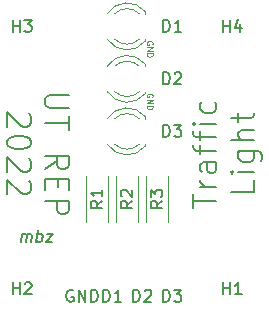
<source format=gbr>
%TF.GenerationSoftware,KiCad,Pcbnew,6.0.5-a6ca702e91~116~ubuntu20.04.1*%
%TF.CreationDate,2022-05-07T15:00:13+03:00*%
%TF.ProjectId,traffic_light_for_arduino,74726166-6669-4635-9f6c-696768745f66,rev?*%
%TF.SameCoordinates,Original*%
%TF.FileFunction,Legend,Top*%
%TF.FilePolarity,Positive*%
%FSLAX46Y46*%
G04 Gerber Fmt 4.6, Leading zero omitted, Abs format (unit mm)*
G04 Created by KiCad (PCBNEW 6.0.5-a6ca702e91~116~ubuntu20.04.1) date 2022-05-07 15:00:13*
%MOMM*%
%LPD*%
G01*
G04 APERTURE LIST*
%ADD10C,0.150000*%
%ADD11C,0.125000*%
%ADD12C,0.120000*%
G04 APERTURE END LIST*
D10*
X144018095Y-109355000D02*
X143922857Y-109307380D01*
X143780000Y-109307380D01*
X143637142Y-109355000D01*
X143541904Y-109450238D01*
X143494285Y-109545476D01*
X143446666Y-109735952D01*
X143446666Y-109878809D01*
X143494285Y-110069285D01*
X143541904Y-110164523D01*
X143637142Y-110259761D01*
X143780000Y-110307380D01*
X143875238Y-110307380D01*
X144018095Y-110259761D01*
X144065714Y-110212142D01*
X144065714Y-109878809D01*
X143875238Y-109878809D01*
X144494285Y-110307380D02*
X144494285Y-109307380D01*
X145065714Y-110307380D01*
X145065714Y-109307380D01*
X145541904Y-110307380D02*
X145541904Y-109307380D01*
X145780000Y-109307380D01*
X145922857Y-109355000D01*
X146018095Y-109450238D01*
X146065714Y-109545476D01*
X146113333Y-109735952D01*
X146113333Y-109878809D01*
X146065714Y-110069285D01*
X146018095Y-110164523D01*
X145922857Y-110259761D01*
X145780000Y-110307380D01*
X145541904Y-110307380D01*
X151661904Y-110307380D02*
X151661904Y-109307380D01*
X151900000Y-109307380D01*
X152042857Y-109355000D01*
X152138095Y-109450238D01*
X152185714Y-109545476D01*
X152233333Y-109735952D01*
X152233333Y-109878809D01*
X152185714Y-110069285D01*
X152138095Y-110164523D01*
X152042857Y-110259761D01*
X151900000Y-110307380D01*
X151661904Y-110307380D01*
X152566666Y-109307380D02*
X153185714Y-109307380D01*
X152852380Y-109688333D01*
X152995238Y-109688333D01*
X153090476Y-109735952D01*
X153138095Y-109783571D01*
X153185714Y-109878809D01*
X153185714Y-110116904D01*
X153138095Y-110212142D01*
X153090476Y-110259761D01*
X152995238Y-110307380D01*
X152709523Y-110307380D01*
X152614285Y-110259761D01*
X152566666Y-110212142D01*
D11*
X150745000Y-92964047D02*
X150768809Y-92916428D01*
X150768809Y-92845000D01*
X150745000Y-92773571D01*
X150697380Y-92725952D01*
X150649761Y-92702142D01*
X150554523Y-92678333D01*
X150483095Y-92678333D01*
X150387857Y-92702142D01*
X150340238Y-92725952D01*
X150292619Y-92773571D01*
X150268809Y-92845000D01*
X150268809Y-92892619D01*
X150292619Y-92964047D01*
X150316428Y-92987857D01*
X150483095Y-92987857D01*
X150483095Y-92892619D01*
X150268809Y-93202142D02*
X150768809Y-93202142D01*
X150268809Y-93487857D01*
X150768809Y-93487857D01*
X150268809Y-93725952D02*
X150768809Y-93725952D01*
X150768809Y-93845000D01*
X150745000Y-93916428D01*
X150697380Y-93964047D01*
X150649761Y-93987857D01*
X150554523Y-94011666D01*
X150483095Y-94011666D01*
X150387857Y-93987857D01*
X150340238Y-93964047D01*
X150292619Y-93916428D01*
X150268809Y-93845000D01*
X150268809Y-93725952D01*
X150745000Y-88519047D02*
X150768809Y-88471428D01*
X150768809Y-88400000D01*
X150745000Y-88328571D01*
X150697380Y-88280952D01*
X150649761Y-88257142D01*
X150554523Y-88233333D01*
X150483095Y-88233333D01*
X150387857Y-88257142D01*
X150340238Y-88280952D01*
X150292619Y-88328571D01*
X150268809Y-88400000D01*
X150268809Y-88447619D01*
X150292619Y-88519047D01*
X150316428Y-88542857D01*
X150483095Y-88542857D01*
X150483095Y-88447619D01*
X150268809Y-88757142D02*
X150768809Y-88757142D01*
X150268809Y-89042857D01*
X150768809Y-89042857D01*
X150268809Y-89280952D02*
X150768809Y-89280952D01*
X150768809Y-89400000D01*
X150745000Y-89471428D01*
X150697380Y-89519047D01*
X150649761Y-89542857D01*
X150554523Y-89566666D01*
X150483095Y-89566666D01*
X150387857Y-89542857D01*
X150340238Y-89519047D01*
X150292619Y-89471428D01*
X150268809Y-89400000D01*
X150268809Y-89280952D01*
D10*
X146581904Y-110307380D02*
X146581904Y-109307380D01*
X146820000Y-109307380D01*
X146962857Y-109355000D01*
X147058095Y-109450238D01*
X147105714Y-109545476D01*
X147153333Y-109735952D01*
X147153333Y-109878809D01*
X147105714Y-110069285D01*
X147058095Y-110164523D01*
X146962857Y-110259761D01*
X146820000Y-110307380D01*
X146581904Y-110307380D01*
X148105714Y-110307380D02*
X147534285Y-110307380D01*
X147820000Y-110307380D02*
X147820000Y-109307380D01*
X147724761Y-109450238D01*
X147629523Y-109545476D01*
X147534285Y-109593095D01*
X143675238Y-92790000D02*
X142056190Y-92790000D01*
X141865714Y-92885238D01*
X141770476Y-92980476D01*
X141675238Y-93170952D01*
X141675238Y-93551904D01*
X141770476Y-93742380D01*
X141865714Y-93837619D01*
X142056190Y-93932857D01*
X143675238Y-93932857D01*
X143675238Y-94599523D02*
X143675238Y-95742380D01*
X141675238Y-95170952D02*
X143675238Y-95170952D01*
X141675238Y-99075714D02*
X142627619Y-98409047D01*
X141675238Y-97932857D02*
X143675238Y-97932857D01*
X143675238Y-98694761D01*
X143580000Y-98885238D01*
X143484761Y-98980476D01*
X143294285Y-99075714D01*
X143008571Y-99075714D01*
X142818095Y-98980476D01*
X142722857Y-98885238D01*
X142627619Y-98694761D01*
X142627619Y-97932857D01*
X142722857Y-99932857D02*
X142722857Y-100599523D01*
X141675238Y-100885238D02*
X141675238Y-99932857D01*
X143675238Y-99932857D01*
X143675238Y-100885238D01*
X141675238Y-101742380D02*
X143675238Y-101742380D01*
X143675238Y-102504285D01*
X143580000Y-102694761D01*
X143484761Y-102790000D01*
X143294285Y-102885238D01*
X143008571Y-102885238D01*
X142818095Y-102790000D01*
X142722857Y-102694761D01*
X142627619Y-102504285D01*
X142627619Y-101742380D01*
X140264761Y-94361428D02*
X140360000Y-94456666D01*
X140455238Y-94647142D01*
X140455238Y-95123333D01*
X140360000Y-95313809D01*
X140264761Y-95409047D01*
X140074285Y-95504285D01*
X139883809Y-95504285D01*
X139598095Y-95409047D01*
X138455238Y-94266190D01*
X138455238Y-95504285D01*
X140455238Y-96742380D02*
X140455238Y-96932857D01*
X140360000Y-97123333D01*
X140264761Y-97218571D01*
X140074285Y-97313809D01*
X139693333Y-97409047D01*
X139217142Y-97409047D01*
X138836190Y-97313809D01*
X138645714Y-97218571D01*
X138550476Y-97123333D01*
X138455238Y-96932857D01*
X138455238Y-96742380D01*
X138550476Y-96551904D01*
X138645714Y-96456666D01*
X138836190Y-96361428D01*
X139217142Y-96266190D01*
X139693333Y-96266190D01*
X140074285Y-96361428D01*
X140264761Y-96456666D01*
X140360000Y-96551904D01*
X140455238Y-96742380D01*
X140264761Y-98170952D02*
X140360000Y-98266190D01*
X140455238Y-98456666D01*
X140455238Y-98932857D01*
X140360000Y-99123333D01*
X140264761Y-99218571D01*
X140074285Y-99313809D01*
X139883809Y-99313809D01*
X139598095Y-99218571D01*
X138455238Y-98075714D01*
X138455238Y-99313809D01*
X140264761Y-100075714D02*
X140360000Y-100170952D01*
X140455238Y-100361428D01*
X140455238Y-100837619D01*
X140360000Y-101028095D01*
X140264761Y-101123333D01*
X140074285Y-101218571D01*
X139883809Y-101218571D01*
X139598095Y-101123333D01*
X138455238Y-99980476D01*
X138455238Y-101218571D01*
X139589613Y-105227380D02*
X139672946Y-104560714D01*
X139661041Y-104655952D02*
X139714613Y-104608333D01*
X139815803Y-104560714D01*
X139958660Y-104560714D01*
X140047946Y-104608333D01*
X140083660Y-104703571D01*
X140018184Y-105227380D01*
X140083660Y-104703571D02*
X140143184Y-104608333D01*
X140244375Y-104560714D01*
X140387232Y-104560714D01*
X140476517Y-104608333D01*
X140512232Y-104703571D01*
X140446755Y-105227380D01*
X140922946Y-105227380D02*
X141047946Y-104227380D01*
X141000327Y-104608333D02*
X141101517Y-104560714D01*
X141291994Y-104560714D01*
X141381279Y-104608333D01*
X141422946Y-104655952D01*
X141458660Y-104751190D01*
X141422946Y-105036904D01*
X141363422Y-105132142D01*
X141309851Y-105179761D01*
X141208660Y-105227380D01*
X141018184Y-105227380D01*
X140928898Y-105179761D01*
X141815803Y-104560714D02*
X142339613Y-104560714D01*
X141732470Y-105227380D01*
X142256279Y-105227380D01*
X154139761Y-102361428D02*
X154139761Y-101218571D01*
X156139761Y-101790000D02*
X154139761Y-101790000D01*
X156139761Y-100551904D02*
X154806428Y-100551904D01*
X155187380Y-100551904D02*
X154996904Y-100456666D01*
X154901666Y-100361428D01*
X154806428Y-100170952D01*
X154806428Y-99980476D01*
X156139761Y-98456666D02*
X155092142Y-98456666D01*
X154901666Y-98551904D01*
X154806428Y-98742380D01*
X154806428Y-99123333D01*
X154901666Y-99313809D01*
X156044523Y-98456666D02*
X156139761Y-98647142D01*
X156139761Y-99123333D01*
X156044523Y-99313809D01*
X155854047Y-99409047D01*
X155663571Y-99409047D01*
X155473095Y-99313809D01*
X155377857Y-99123333D01*
X155377857Y-98647142D01*
X155282619Y-98456666D01*
X154806428Y-97790000D02*
X154806428Y-97028095D01*
X156139761Y-97504285D02*
X154425476Y-97504285D01*
X154235000Y-97409047D01*
X154139761Y-97218571D01*
X154139761Y-97028095D01*
X154806428Y-96647142D02*
X154806428Y-95885238D01*
X156139761Y-96361428D02*
X154425476Y-96361428D01*
X154235000Y-96266190D01*
X154139761Y-96075714D01*
X154139761Y-95885238D01*
X156139761Y-95218571D02*
X154806428Y-95218571D01*
X154139761Y-95218571D02*
X154235000Y-95313809D01*
X154330238Y-95218571D01*
X154235000Y-95123333D01*
X154139761Y-95218571D01*
X154330238Y-95218571D01*
X156044523Y-93409047D02*
X156139761Y-93599523D01*
X156139761Y-93980476D01*
X156044523Y-94170952D01*
X155949285Y-94266190D01*
X155758809Y-94361428D01*
X155187380Y-94361428D01*
X154996904Y-94266190D01*
X154901666Y-94170952D01*
X154806428Y-93980476D01*
X154806428Y-93599523D01*
X154901666Y-93409047D01*
X159359761Y-100028095D02*
X159359761Y-100980476D01*
X157359761Y-100980476D01*
X159359761Y-99361428D02*
X158026428Y-99361428D01*
X157359761Y-99361428D02*
X157455000Y-99456666D01*
X157550238Y-99361428D01*
X157455000Y-99266190D01*
X157359761Y-99361428D01*
X157550238Y-99361428D01*
X158026428Y-97551904D02*
X159645476Y-97551904D01*
X159835952Y-97647142D01*
X159931190Y-97742380D01*
X160026428Y-97932857D01*
X160026428Y-98218571D01*
X159931190Y-98409047D01*
X159264523Y-97551904D02*
X159359761Y-97742380D01*
X159359761Y-98123333D01*
X159264523Y-98313809D01*
X159169285Y-98409047D01*
X158978809Y-98504285D01*
X158407380Y-98504285D01*
X158216904Y-98409047D01*
X158121666Y-98313809D01*
X158026428Y-98123333D01*
X158026428Y-97742380D01*
X158121666Y-97551904D01*
X159359761Y-96599523D02*
X157359761Y-96599523D01*
X159359761Y-95742380D02*
X158312142Y-95742380D01*
X158121666Y-95837619D01*
X158026428Y-96028095D01*
X158026428Y-96313809D01*
X158121666Y-96504285D01*
X158216904Y-96599523D01*
X158026428Y-95075714D02*
X158026428Y-94313809D01*
X157359761Y-94790000D02*
X159074047Y-94790000D01*
X159264523Y-94694761D01*
X159359761Y-94504285D01*
X159359761Y-94313809D01*
X149121904Y-110307380D02*
X149121904Y-109307380D01*
X149360000Y-109307380D01*
X149502857Y-109355000D01*
X149598095Y-109450238D01*
X149645714Y-109545476D01*
X149693333Y-109735952D01*
X149693333Y-109878809D01*
X149645714Y-110069285D01*
X149598095Y-110164523D01*
X149502857Y-110259761D01*
X149360000Y-110307380D01*
X149121904Y-110307380D01*
X150074285Y-109402619D02*
X150121904Y-109355000D01*
X150217142Y-109307380D01*
X150455238Y-109307380D01*
X150550476Y-109355000D01*
X150598095Y-109402619D01*
X150645714Y-109497857D01*
X150645714Y-109593095D01*
X150598095Y-109735952D01*
X150026666Y-110307380D01*
X150645714Y-110307380D01*
%TO.C,R3*%
X151582380Y-101766666D02*
X151106190Y-102100000D01*
X151582380Y-102338095D02*
X150582380Y-102338095D01*
X150582380Y-101957142D01*
X150630000Y-101861904D01*
X150677619Y-101814285D01*
X150772857Y-101766666D01*
X150915714Y-101766666D01*
X151010952Y-101814285D01*
X151058571Y-101861904D01*
X151106190Y-101957142D01*
X151106190Y-102338095D01*
X150582380Y-101433333D02*
X150582380Y-100814285D01*
X150963333Y-101147619D01*
X150963333Y-101004761D01*
X151010952Y-100909523D01*
X151058571Y-100861904D01*
X151153809Y-100814285D01*
X151391904Y-100814285D01*
X151487142Y-100861904D01*
X151534761Y-100909523D01*
X151582380Y-101004761D01*
X151582380Y-101290476D01*
X151534761Y-101385714D01*
X151487142Y-101433333D01*
%TO.C,H4*%
X156718095Y-87447380D02*
X156718095Y-86447380D01*
X156718095Y-86923571D02*
X157289523Y-86923571D01*
X157289523Y-87447380D02*
X157289523Y-86447380D01*
X158194285Y-86780714D02*
X158194285Y-87447380D01*
X157956190Y-86399761D02*
X157718095Y-87114047D01*
X158337142Y-87114047D01*
%TO.C,H3*%
X138938095Y-87447380D02*
X138938095Y-86447380D01*
X138938095Y-86923571D02*
X139509523Y-86923571D01*
X139509523Y-87447380D02*
X139509523Y-86447380D01*
X139890476Y-86447380D02*
X140509523Y-86447380D01*
X140176190Y-86828333D01*
X140319047Y-86828333D01*
X140414285Y-86875952D01*
X140461904Y-86923571D01*
X140509523Y-87018809D01*
X140509523Y-87256904D01*
X140461904Y-87352142D01*
X140414285Y-87399761D01*
X140319047Y-87447380D01*
X140033333Y-87447380D01*
X139938095Y-87399761D01*
X139890476Y-87352142D01*
%TO.C,D3*%
X151661904Y-96337380D02*
X151661904Y-95337380D01*
X151900000Y-95337380D01*
X152042857Y-95385000D01*
X152138095Y-95480238D01*
X152185714Y-95575476D01*
X152233333Y-95765952D01*
X152233333Y-95908809D01*
X152185714Y-96099285D01*
X152138095Y-96194523D01*
X152042857Y-96289761D01*
X151900000Y-96337380D01*
X151661904Y-96337380D01*
X152566666Y-95337380D02*
X153185714Y-95337380D01*
X152852380Y-95718333D01*
X152995238Y-95718333D01*
X153090476Y-95765952D01*
X153138095Y-95813571D01*
X153185714Y-95908809D01*
X153185714Y-96146904D01*
X153138095Y-96242142D01*
X153090476Y-96289761D01*
X152995238Y-96337380D01*
X152709523Y-96337380D01*
X152614285Y-96289761D01*
X152566666Y-96242142D01*
%TO.C,D2*%
X151661904Y-91892380D02*
X151661904Y-90892380D01*
X151900000Y-90892380D01*
X152042857Y-90940000D01*
X152138095Y-91035238D01*
X152185714Y-91130476D01*
X152233333Y-91320952D01*
X152233333Y-91463809D01*
X152185714Y-91654285D01*
X152138095Y-91749523D01*
X152042857Y-91844761D01*
X151900000Y-91892380D01*
X151661904Y-91892380D01*
X152614285Y-90987619D02*
X152661904Y-90940000D01*
X152757142Y-90892380D01*
X152995238Y-90892380D01*
X153090476Y-90940000D01*
X153138095Y-90987619D01*
X153185714Y-91082857D01*
X153185714Y-91178095D01*
X153138095Y-91320952D01*
X152566666Y-91892380D01*
X153185714Y-91892380D01*
%TO.C,R2*%
X149042380Y-101766666D02*
X148566190Y-102100000D01*
X149042380Y-102338095D02*
X148042380Y-102338095D01*
X148042380Y-101957142D01*
X148090000Y-101861904D01*
X148137619Y-101814285D01*
X148232857Y-101766666D01*
X148375714Y-101766666D01*
X148470952Y-101814285D01*
X148518571Y-101861904D01*
X148566190Y-101957142D01*
X148566190Y-102338095D01*
X148137619Y-101385714D02*
X148090000Y-101338095D01*
X148042380Y-101242857D01*
X148042380Y-101004761D01*
X148090000Y-100909523D01*
X148137619Y-100861904D01*
X148232857Y-100814285D01*
X148328095Y-100814285D01*
X148470952Y-100861904D01*
X149042380Y-101433333D01*
X149042380Y-100814285D01*
%TO.C,H2*%
X138938095Y-109672380D02*
X138938095Y-108672380D01*
X138938095Y-109148571D02*
X139509523Y-109148571D01*
X139509523Y-109672380D02*
X139509523Y-108672380D01*
X139938095Y-108767619D02*
X139985714Y-108720000D01*
X140080952Y-108672380D01*
X140319047Y-108672380D01*
X140414285Y-108720000D01*
X140461904Y-108767619D01*
X140509523Y-108862857D01*
X140509523Y-108958095D01*
X140461904Y-109100952D01*
X139890476Y-109672380D01*
X140509523Y-109672380D01*
%TO.C,H1*%
X156718095Y-109672380D02*
X156718095Y-108672380D01*
X156718095Y-109148571D02*
X157289523Y-109148571D01*
X157289523Y-109672380D02*
X157289523Y-108672380D01*
X158289523Y-109672380D02*
X157718095Y-109672380D01*
X158003809Y-109672380D02*
X158003809Y-108672380D01*
X157908571Y-108815238D01*
X157813333Y-108910476D01*
X157718095Y-108958095D01*
%TO.C,R1*%
X146502380Y-101766666D02*
X146026190Y-102100000D01*
X146502380Y-102338095D02*
X145502380Y-102338095D01*
X145502380Y-101957142D01*
X145550000Y-101861904D01*
X145597619Y-101814285D01*
X145692857Y-101766666D01*
X145835714Y-101766666D01*
X145930952Y-101814285D01*
X145978571Y-101861904D01*
X146026190Y-101957142D01*
X146026190Y-102338095D01*
X146502380Y-100814285D02*
X146502380Y-101385714D01*
X146502380Y-101100000D02*
X145502380Y-101100000D01*
X145645238Y-101195238D01*
X145740476Y-101290476D01*
X145788095Y-101385714D01*
%TO.C,D1*%
X151661904Y-87447380D02*
X151661904Y-86447380D01*
X151900000Y-86447380D01*
X152042857Y-86495000D01*
X152138095Y-86590238D01*
X152185714Y-86685476D01*
X152233333Y-86875952D01*
X152233333Y-87018809D01*
X152185714Y-87209285D01*
X152138095Y-87304523D01*
X152042857Y-87399761D01*
X151900000Y-87447380D01*
X151661904Y-87447380D01*
X153185714Y-87447380D02*
X152614285Y-87447380D01*
X152900000Y-87447380D02*
X152900000Y-86447380D01*
X152804761Y-86590238D01*
X152709523Y-86685476D01*
X152614285Y-86733095D01*
D12*
%TO.C,R3*%
X150210000Y-103520000D02*
X150210000Y-99680000D01*
X152050000Y-103520000D02*
X152050000Y-99680000D01*
%TO.C,D3*%
X150150000Y-94805000D02*
X150150000Y-94649000D01*
X150150000Y-97121000D02*
X150150000Y-96965000D01*
X149630961Y-94805000D02*
G75*
G03*
X147548870Y-94805163I-1040961J-1080000D01*
G01*
X146917665Y-96963608D02*
G75*
G03*
X150150000Y-97120516I1672335J1078608D01*
G01*
X147548870Y-96964837D02*
G75*
G03*
X149630961Y-96965000I1041130J1079837D01*
G01*
X150150000Y-94649484D02*
G75*
G03*
X146917665Y-94806392I-1560000J-1235516D01*
G01*
%TO.C,D2*%
X150150000Y-92676000D02*
X150150000Y-92520000D01*
X150150000Y-90360000D02*
X150150000Y-90204000D01*
X146917665Y-92518608D02*
G75*
G03*
X150150000Y-92675516I1672335J1078608D01*
G01*
X149630961Y-90360000D02*
G75*
G03*
X147548870Y-90360163I-1040961J-1080000D01*
G01*
X147548870Y-92519837D02*
G75*
G03*
X149630961Y-92520000I1041130J1079837D01*
G01*
X150150000Y-90204484D02*
G75*
G03*
X146917665Y-90361392I-1560000J-1235516D01*
G01*
%TO.C,R2*%
X149510000Y-103520000D02*
X149510000Y-99680000D01*
X147670000Y-103520000D02*
X147670000Y-99680000D01*
%TO.C,R1*%
X145130000Y-103520000D02*
X145130000Y-99680000D01*
X146970000Y-103520000D02*
X146970000Y-99680000D01*
%TO.C,D1*%
X150150000Y-85915000D02*
X150150000Y-85759000D01*
X150150000Y-88231000D02*
X150150000Y-88075000D01*
X149630961Y-85915000D02*
G75*
G03*
X147548870Y-85915163I-1040961J-1080000D01*
G01*
X147548870Y-88074837D02*
G75*
G03*
X149630961Y-88075000I1041130J1079837D01*
G01*
X146917665Y-88073608D02*
G75*
G03*
X150150000Y-88230516I1672335J1078608D01*
G01*
X150150000Y-85759484D02*
G75*
G03*
X146917665Y-85916392I-1560000J-1235516D01*
G01*
%TD*%
M02*

</source>
